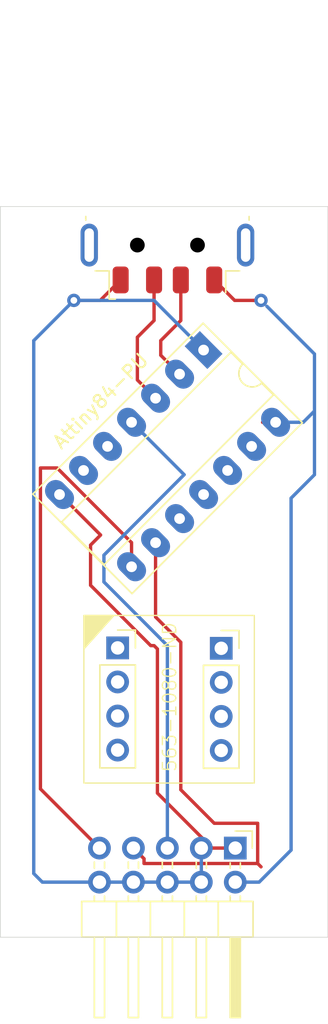
<source format=kicad_pcb>
(kicad_pcb (version 20240108) (generator "pcbnew") (generator_version "8.0")
  (layers (0 "F.Cu" signal) (31 "B.Cu" signal) (34 "B.Paste" user) (35 "F.Paste" user) (36 "B.SilkS" user "B.Silkscreen") (37 "F.SilkS" user "F.Silkscreen") (38 "B.Mask" user) (39 "F.Mask" user) (44 "Edge.Cuts" user))
  (net 0 "")
  (footprint "Package_DIP:DIP-14_W7.62mm_Socket_LongPads" (layer "F.Cu") (at 74.204684 73.203949 -45)
    (property "Reference" "Attiny84-PU" (at -2.763821 8.132248 -135) (layer "F.SilkS"))
    (property "Value" "DIP-14_W7.62mm_Socket_LongPads" (hide yes))
    (fp_line (start -1.44 16.63) (end 9.06 16.63) (stroke (width 0.12)) (layer "F.SilkS"))
    (fp_line (start 1.56 16.57) (end 6.06 16.569999) (stroke (width 0.12)) (layer "F.SilkS"))
    (fp_line (start 6.06 16.569999) (end 6.06 -1.33) (stroke (width 0.12)) (layer "F.SilkS"))
    (fp_line (start 9.06 16.63) (end 9.06 -1.39) (stroke (width 0.12)) (layer "F.SilkS"))
    (fp_line (start -1.44 -1.39) (end -1.44 16.63) (stroke (width 0.12)) (layer "F.SilkS"))
    (fp_line (start 1.560001 -1.33) (end 1.56 16.57) (stroke (width 0.12)) (layer "F.SilkS"))
    (fp_line (start 2.81 -1.33) (end 1.560001 -1.33) (stroke (width 0.12)) (layer "F.SilkS"))
    (fp_line (start 6.06 -1.33) (end 4.810001 -1.33) (stroke (width 0.12)) (layer "F.SilkS"))
    (fp_line (start 9.06 -1.39) (end -1.44 -1.39) (stroke (width 0.12)) (layer "F.SilkS"))
    (fp_arc (start 4.810001 -1.33) (mid 3.810001 -0.330002) (end 2.81 -1.33) (stroke (width 0.12)) (layer "F.SilkS"))
    (pad "1" thru_hole rect (at 0 0 315) (size 2.4 1.6) (drill 0.8) (layers "*.Cu" "*.Mask"))
    (pad "2" thru_hole oval (at 0 2.54 315) (size 2.4 1.6) (drill 0.8) (layers "*.Cu" "*.Mask"))
    (pad "3" thru_hole oval (at 0 5.079999 315) (size 2.4 1.6) (drill 0.8) (layers "*.Cu" "*.Mask"))
    (pad "4" thru_hole oval (at 0 7.62 315) (size 2.4 1.6) (drill 0.8) (layers "*.Cu" "*.Mask"))
    (pad "5" thru_hole oval (at 0 10.16 315) (size 2.4 1.6) (drill 0.8) (layers "*.Cu" "*.Mask"))
    (pad "6" thru_hole oval (at 0 12.7 315) (size 2.4 1.6) (drill 0.8) (layers "*.Cu" "*.Mask"))
    (pad "7" thru_hole oval (at 0 15.24 315) (size 2.4 1.6) (drill 0.8) (layers "*.Cu" "*.Mask"))
    (pad "8" thru_hole oval (at 7.62 15.24 315) (size 2.4 1.6) (drill 0.8) (layers "*.Cu" "*.Mask"))
    (pad "9" thru_hole oval (at 7.62 12.7 315) (size 2.4 1.6) (drill 0.8) (layers "*.Cu" "*.Mask"))
    (pad "10" thru_hole oval (at 7.62 10.16 315) (size 2.4 1.6) (drill 0.8) (layers "*.Cu" "*.Mask"))
    (pad "11" thru_hole oval (at 7.62 7.62 315) (size 2.4 1.6) (drill 0.8) (layers "*.Cu" "*.Mask"))
    (pad "12" thru_hole oval (at 7.62 5.08 315) (size 2.4 1.6) (drill 0.8) (layers "*.Cu" "*.Mask"))
    (pad "13" thru_hole oval (at 7.62 2.54 315) (size 2.4 1.6) (drill 0.8) (layers "*.Cu" "*.Mask"))
    (pad "14" thru_hole oval (at 7.62 0 315) (size 2.4 1.6) (drill 0.8) (layers "*.Cu" "*.Mask"))
  )
  (footprint "Connector_PinHeader_2.54mm:PinHeader_2x05_P2.54mm_Horizontal" (layer "F.Cu") (at 76.575 110.35 -90)
    (property "Reference" "REF**" (hide yes))
    (property "Value" "PinHeader_2x05_P2.54mm_Horizontal" (hide yes))
    (fp_line (start 3.98 11.49) (end 6.64 11.49) (stroke (width 0.12)) (layer "F.SilkS"))
    (fp_line (start 6.64 11.49) (end 6.64 -1.33) (stroke (width 0.12)) (layer "F.SilkS"))
    (fp_line (start 1.042929 10.54) (end 1.497072 10.54) (stroke (width 0.12)) (layer "F.SilkS"))
    (fp_line (start 3.582929 10.54) (end 3.98 10.539999) (stroke (width 0.12)) (layer "F.SilkS"))
    (fp_line (start 12.64 10.54) (end 6.640001 10.54) (stroke (width 0.12)) (layer "F.SilkS"))
    (fp_line (start 1.042929 9.78) (end 1.497071 9.78) (stroke (width 0.12)) (layer "F.SilkS"))
    (fp_line (start 3.582929 9.78) (end 3.98 9.78) (stroke (width 0.12)) (layer "F.SilkS"))
    (fp_line (start 6.64 9.78) (end 12.64 9.78) (stroke (width 0.12)) (layer "F.SilkS"))
    (fp_line (start 12.64 9.78) (end 12.64 10.54) (stroke (width 0.12)) (layer "F.SilkS"))
    (fp_line (start 3.98 8.89) (end 6.64 8.89) (stroke (width 0.12)) (layer "F.SilkS"))
    (fp_line (start 1.042929 8) (end 1.497071 8) (stroke (width 0.12)) (layer "F.SilkS"))
    (fp_line (start 3.582929 8) (end 3.98 8) (stroke (width 0.12)) (layer "F.SilkS"))
    (fp_line (start 12.64 8) (end 6.64 8) (stroke (width 0.12)) (layer "F.SilkS"))
    (fp_line (start 1.042929 7.24) (end 1.497071 7.24) (stroke (width 0.12)) (layer "F.SilkS"))
    (fp_line (start 3.582928 7.24) (end 3.98 7.24) (stroke (width 0.12)) (layer "F.SilkS"))
    (fp_line (start 6.64 7.24) (end 12.64 7.24) (stroke (width 0.12)) (layer "F.SilkS"))
    (fp_line (start 12.64 7.24) (end 12.64 8) (stroke (width 0.12)) (layer "F.SilkS"))
    (fp_line (start 3.98 6.35) (end 6.64 6.35) (stroke (width 0.12)) (layer "F.SilkS"))
    (fp_line (start 1.042929 5.46) (end 1.497071 5.46) (stroke (width 0.12)) (layer "F.SilkS"))
    (fp_line (start 3.582928 5.46) (end 3.98 5.46) (stroke (width 0.12)) (layer "F.SilkS"))
    (fp_line (start 12.64 5.46) (end 6.64 5.46) (stroke (width 0.12)) (layer "F.SilkS"))
    (fp_line (start 1.042929 4.7) (end 1.497071 4.7) (stroke (width 0.12)) (layer "F.SilkS"))
    (fp_line (start 6.64 4.7) (end 12.64 4.7) (stroke (width 0.12)) (layer "F.SilkS"))
    (fp_line (start 12.64 4.7) (end 12.64 5.46) (stroke (width 0.12)) (layer "F.SilkS"))
    (fp_line (start 3.582929 4.699999) (end 3.98 4.7) (stroke (width 0.12)) (layer "F.SilkS"))
    (fp_line (start 3.98 3.81) (end 6.64 3.81) (stroke (width 0.12)) (layer "F.SilkS"))
    (fp_line (start 1.042929 2.92) (end 1.497071 2.92) (stroke (width 0.12)) (layer "F.SilkS"))
    (fp_line (start 3.582929 2.92) (end 3.98 2.92) (stroke (width 0.12)) (layer "F.SilkS"))
    (fp_line (start 12.64 2.92) (end 6.64 2.92) (stroke (width 0.12)) (layer "F.SilkS"))
    (fp_line (start 1.042929 2.16) (end 1.497071 2.16) (stroke (width 0.12)) (layer "F.SilkS"))
    (fp_line (start 3.582929 2.16) (end 3.98 2.16) (stroke (width 0.12)) (layer "F.SilkS"))
    (fp_line (start 6.64 2.16) (end 12.64 2.16) (stroke (width 0.12)) (layer "F.SilkS"))
    (fp_line (start 12.64 2.16) (end 12.64 2.92) (stroke (width 0.12)) (layer "F.SilkS"))
    (fp_line (start 3.98 1.270001) (end 6.64 1.270001) (stroke (width 0.12)) (layer "F.SilkS"))
    (fp_line (start 1.11 0.38) (end 1.497071 0.380001) (stroke (width 0.12)) (layer "F.SilkS"))
    (fp_line (start 3.582929 0.38) (end 3.98 0.380001) (stroke (width 0.12)) (layer "F.SilkS"))
    (fp_line (start 12.64 0.38) (end 6.64 0.380001) (stroke (width 0.12)) (layer "F.SilkS"))
    (fp_line (start 6.64 0.28) (end 12.64 0.28) (stroke (width 0.12)) (layer "F.SilkS"))
    (fp_line (start 6.64 0.16) (end 12.64 0.16) (stroke (width 0.12)) (layer "F.SilkS"))
    (fp_line (start 6.64 0.04) (end 12.64 0.04) (stroke (width 0.12)) (layer "F.SilkS"))
    (fp_line (start -1.270001 0) (end -1.27 -1.27) (stroke (width 0.12)) (layer "F.SilkS"))
    (fp_line (start 6.64 -0.080001) (end 12.64 -0.08) (stroke (width 0.12)) (layer "F.SilkS"))
    (fp_line (start 6.64 -0.199999) (end 12.64 -0.2) (stroke (width 0.12)) (layer "F.SilkS"))
    (fp_line (start 6.64 -0.32) (end 12.64 -0.32) (stroke (width 0.12)) (layer "F.SilkS"))
    (fp_line (start 1.11 -0.38) (end 1.497071 -0.380001) (stroke (width 0.12)) (layer "F.SilkS"))
    (fp_line (start 3.582929 -0.38) (end 3.98 -0.380001) (stroke (width 0.12)) (layer "F.SilkS"))
    (fp_line (start 12.64 -0.38) (end 12.64 0.38) (stroke (width 0.12)) (layer "F.SilkS"))
    (fp_line (start 6.64 -0.380001) (end 12.64 -0.38) (stroke (width 0.12)) (layer "F.SilkS"))
    (fp_line (start -1.27 -1.27) (end 0 -1.270001) (stroke (width 0.12)) (layer "F.SilkS"))
    (fp_line (start 3.98 -1.33) (end 3.98 11.49) (stroke (width 0.12)) (layer "F.SilkS"))
    (fp_line (start 6.64 -1.33) (end 3.98 -1.33) (stroke (width 0.12)) (layer "F.SilkS"))
    (pad "1" thru_hole rect (at 0 0 270) (size 1.7 1.7) (drill 1) (layers "*.Cu" "*.Mask"))
    (pad "2" thru_hole oval (at 2.54 0 270) (size 1.7 1.7) (drill 1) (layers "*.Cu" "*.Mask"))
    (pad "3" thru_hole oval (at 0 2.54 270) (size 1.7 1.7) (drill 1) (layers "*.Cu" "*.Mask"))
    (pad "4" thru_hole oval (at 2.54 2.54 270) (size 1.7 1.7) (drill 1) (layers "*.Cu" "*.Mask"))
    (pad "5" thru_hole oval (at 0 5.079999 270) (size 1.7 1.7) (drill 1) (layers "*.Cu" "*.Mask"))
    (pad "6" thru_hole oval (at 2.54 5.08 270) (size 1.7 1.7) (drill 1) (layers "*.Cu" "*.Mask"))
    (pad "7" thru_hole oval (at 0 7.62 270) (size 1.7 1.7) (drill 1) (layers "*.Cu" "*.Mask"))
    (pad "8" thru_hole oval (at 2.54 7.62 270) (size 1.7 1.7) (drill 1) (layers "*.Cu" "*.Mask"))
    (pad "9" thru_hole oval (at 0 10.16 270) (size 1.7 1.7) (drill 1) (layers "*.Cu" "*.Mask"))
    (pad "10" thru_hole oval (at 2.54 10.16 270) (size 1.7 1.7) (drill 1) (layers "*.Cu" "*.Mask"))
  )
  (footprint "Connector_USB:USB_A_Molex_48037-2200_Horizontal" (layer "F.Cu") (at 71.5 57 90)
    (property "Reference" "REF**" (hide yes))
    (property "Value" "USB_A_Molex_48037-2200_Horizontal" (hide yes))
    (fp_line (start -6.515 -6.11) (end -6.245 -6.11) (stroke (width 0.12)) (layer "F.SilkS"))
    (fp_line (start -10.3 -5.4) (end -10.3 -4.36) (stroke (width 0.12)) (layer "F.SilkS"))
    (fp_line (start -12.400001 -4.36) (end -10.3 -4.36) (stroke (width 0.12)) (layer "F.SilkS"))
    (fp_line (start -12.400001 -4.36) (end -12.400001 -3.9) (stroke (width 0.12)) (layer "F.SilkS"))
    (fp_line (start -10.3 4.36) (end -10.3 5.4) (stroke (width 0.12)) (layer "F.SilkS"))
    (fp_line (start -11.92 4.36) (end -10.3 4.36) (stroke (width 0.12)) (layer "F.SilkS"))
    (fp_line (start -6.515 6.11) (end -6.245 6.11) (stroke (width 0.12)) (layer "F.SilkS"))
    (pad "" np_thru_hole circle (at -8.375 -2.25 90) (size 1.1 1.1) (drill 1.1) (layers "*.Mask"))
    (pad "" np_thru_hole circle (at -8.375 2.25 90) (size 1.1 1.1) (drill 1.1) (layers "*.Mask"))
    (pad "1" smd roundrect (at -10.975 -3.5 90) (size 2 1.2) (layers "F.Cu" "F.Paste" "F.Mask"))
    (pad "2" smd roundrect (at -10.975 -1 90) (size 2 1.2) (layers "F.Cu" "F.Paste" "F.Mask"))
    (pad "3" smd roundrect (at -10.975 1 90) (size 2 1.2) (layers "F.Cu" "F.Paste" "F.Mask"))
    (pad "4" smd roundrect (at -10.975 3.5 90) (size 2 1.2) (layers "F.Cu" "F.Paste" "F.Mask"))
    (pad "5" thru_hole oval (at -8.375 -5.85 90) (size 3.2 1.3) (drill oval 2.5 0.7) (layers "*.Cu" "*.Mask"))
    (pad "5" thru_hole oval (at -8.375 5.85 90) (size 3.2 1.3) (drill oval 2.5 0.7) (layers "*.Cu" "*.Mask"))
  )
  (footprint "Connector_PinSocket_2.54mm:PinSocket_1x04_P2.54mm_Vertical" (layer "F.Cu") (at 75.525 95.45)
    (property "Reference" "REF**" (hide yes))
    (property "Value" "PinSocket_1x04_P2.54mm_Vertical" (hide yes))
    (fp_line (start -1.33 1.27) (end -1.33 8.95) (stroke (width 0.12)) (layer "F.SilkS"))
    (fp_line (start -1.33 1.27) (end 1.33 1.27) (stroke (width 0.12)) (layer "F.SilkS"))
    (fp_line (start -1.33 8.95) (end 1.33 8.95) (stroke (width 0.12)) (layer "F.SilkS"))
    (fp_line (start 0 -1.33) (end 1.33 -1.33) (stroke (width 0.12)) (layer "F.SilkS"))
    (fp_line (start 1.33 -1.33) (end 1.33 0) (stroke (width 0.12)) (layer "F.SilkS"))
    (fp_line (start 1.33 1.27) (end 1.33 8.95) (stroke (width 0.12)) (layer "F.SilkS"))
    (pad "1" thru_hole rect (at 0 0) (size 1.7 1.7) (drill 1) (layers "*.Cu" "*.Mask"))
    (pad "2" thru_hole oval (at 0 2.54) (size 1.7 1.7) (drill 1) (layers "*.Cu" "*.Mask"))
    (pad "3" thru_hole oval (at 0 5.08) (size 1.7 1.7) (drill 1) (layers "*.Cu" "*.Mask"))
    (pad "4" thru_hole oval (at 0 7.62) (size 1.7 1.7) (drill 1) (layers "*.Cu" "*.Mask"))
  )
  (footprint "Connector_PinSocket_2.54mm:PinSocket_1x04_P2.54mm_Vertical" (layer "F.Cu") (at 67.775 95.42)
    (property "Reference" "REF**" (hide yes))
    (property "Value" "PinSocket_1x04_P2.54mm_Vertical" (hide yes))
    (fp_line (start -1.33 1.27) (end -1.33 8.95) (stroke (width 0.12)) (layer "F.SilkS"))
    (fp_line (start -1.33 1.27) (end 1.33 1.27) (stroke (width 0.12)) (layer "F.SilkS"))
    (fp_line (start -1.33 8.95) (end 1.33 8.95) (stroke (width 0.12)) (layer "F.SilkS"))
    (fp_line (start 0 -1.33) (end 1.33 -1.33) (stroke (width 0.12)) (layer "F.SilkS"))
    (fp_line (start 1.33 -1.33) (end 1.33 0) (stroke (width 0.12)) (layer "F.SilkS"))
    (fp_line (start 1.33 1.27) (end 1.33 8.95) (stroke (width 0.12)) (layer "F.SilkS"))
    (pad "1" thru_hole rect (at 0 0) (size 1.7 1.7) (drill 1) (layers "*.Cu" "*.Mask"))
    (pad "2" thru_hole oval (at 0 2.54) (size 1.7 1.7) (drill 1) (layers "*.Cu" "*.Mask"))
    (pad "3" thru_hole oval (at 0 5.08) (size 1.7 1.7) (drill 1) (layers "*.Cu" "*.Mask"))
    (pad "4" thru_hole oval (at 0 7.62) (size 1.7 1.7) (drill 1) (layers "*.Cu" "*.Mask"))
  )
  (gr_rect (start 65.25 93) (end 78 105.5) (stroke (width 0.1)) (fill none) (layer "F.SilkS"))
  (gr_poly (pts (xy 65.25 93) (xy 65.25 95.5) (xy 67.5 93)) (stroke (width 0.1)) (fill solid) (layer "F.SilkS"))
  (gr_rect (start 59 62.5) (end 83.5 117) (stroke (width 0.05)) (fill none) (layer "Edge.Cuts"))
  (gr_text "563-1080-ND" (at 72.25 104.75 90) (layer "F.SilkS") (effects (font (size 1 1) (thickness 0.1)) (justify left bottom)))
  (segment (start 62 105.935) (end 62 82) (width 0.25) (layer "F.Cu") (net 0))
  (segment (start 63.25 82) (end 68.81653 87.56653) (width 0.25) (layer "F.Cu") (net 0))
  (segment (start 68.81653 87.56653) (end 68.81653 89.36841) (width 0.25) (layer "F.Cu") (net 0))
  (segment (start 70.612582 87.572359) (end 70.612582 93.112582) (width 0.25) (layer "F.Cu") (net 0))
  (segment (start 72.5 106) (end 75 108.5) (width 0.25) (layer "F.Cu") (net 0))
  (segment (start 71 73.591367) (end 72.408633 75) (width 0.25) (layer "F.Cu") (net 0))
  (segment (start 72.5 71) (end 71 72.5) (width 0.25) (layer "F.Cu") (net 0))
  (segment (start 69.75 111.5) (end 69.75 111.145) (width 0.25) (layer "F.Cu") (net 0))
  (segment (start 65.75 90.75) (end 65.75 87.75) (width 0.25) (layer "F.Cu") (net 0))
  (segment (start 70.5 95.25) (end 70.25 95.25) (width 0.25) (layer "F.Cu") (net 0))
  (segment (start 74.85 110.35) (end 70.75 106.25) (width 0.25) (layer "F.Cu") (net 0))
  (segment (start 75 108.5) (end 78.25 108.5) (width 0.25) (layer "F.Cu") (net 0))
  (segment (start 70.5 71) (end 69.25 72.25) (width 0.25) (layer "F.Cu") (net 0))
  (segment (start 78.25 111.5) (end 69.75 111.5) (width 0.25) (layer "F.Cu") (net 0))
  (segment (start 76.525 69.5) (end 78.5 69.5) (width 0.25) (layer "F.Cu") (net 0))
  (segment (start 72.5 95) (end 72.5 106) (width 0.25) (layer "F.Cu") (net 0))
  (segment (start 69.75 111.145) (end 68.955 110.35) (width 0.25) (layer "F.Cu") (net 0))
  (segment (start 66.475 69.5) (end 68 67.975) (width 0.25) (layer "F.Cu") (net 0))
  (segment (start 64.5 69.5) (end 66.475 69.5) (width 0.25) (layer "F.Cu") (net 0))
  (segment (start 69.25 75.433469) (end 70.612582 76.796051) (width 0.25) (layer "F.Cu") (net 0))
  (segment (start 70.5 67.975) (end 70.5 71) (width 0.25) (layer "F.Cu") (net 0))
  (segment (start 70.612582 93.112582) (end 72.5 95) (width 0.25) (layer "F.Cu") (net 0))
  (segment (start 78.25 111.5) (end 78.5 111.75) (width 0.25) (layer "F.Cu") (net 0))
  (segment (start 70.75 95.5) (end 70.5 95.25) (width 0.25) (layer "F.Cu") (net 0))
  (segment (start 69.25 72.25) (end 69.25 75.433469) (width 0.25) (layer "F.Cu") (net 0))
  (segment (start 72.5 67.975) (end 72.5 71) (width 0.25) (layer "F.Cu") (net 0))
  (segment (start 65.75 87.75) (end 66.5 87) (width 0.25) (layer "F.Cu") (net 0))
  (segment (start 78.25 108.5) (end 78.25 111.5) (width 0.25) (layer "F.Cu") (net 0))
  (segment (start 70.25 95.25) (end 65.75 90.75) (width 0.25) (layer "F.Cu") (net 0))
  (segment (start 78.617103 78.592103) (end 79.592838 78.592103) (width 0.25) (layer "F.Cu") (net 0))
  (segment (start 66.415 110.35) (end 62 105.935) (width 0.25) (layer "F.Cu") (net 0))
  (segment (start 71 72.5) (end 71 73.591367) (width 0.25) (layer "F.Cu") (net 0))
  (segment (start 76.575 110.35) (end 74.85 110.35) (width 0.25) (layer "F.Cu") (net 0))
  (segment (start 70.75 106.25) (end 70.75 95.5) (width 0.25) (layer "F.Cu") (net 0))
  (segment (start 66.5 87) (end 63.480256 83.980256) (width 0.25) (layer "F.Cu") (net 0))
  (segment (start 62 82) (end 63.25 82) (width 0.25) (layer "F.Cu") (net 0))
  (segment (start 75 67.975) (end 76.525 69.5) (width 0.25) (layer "F.Cu") (net 0))
  (segment (start 78.5 69.5) (end 77.908633 69.5) (width 0.25) (layer "F.Cu") (net 0))
  (segment (start 63.480256 83.980256) (end 63.428377 83.980256) (width 0.25) (layer "F.Cu") (net 0))
  (via (at 78.5 69.5) (size 1) (drill 0.5) (layers "F.Cu" "B.Cu") (net 0))
  (via (at 64.5 69.5) (size 1) (drill 0.5) (layers "F.Cu" "B.Cu") (net 0))
  (segment (start 70.500735 69.5) (end 74.204684 73.203949) (width 0.25) (layer "B.Cu") (net 0))
  (segment (start 82.5 73.5) (end 78.941942 69.941942) (width 0.25) (layer "B.Cu") (net 0))
  (segment (start 68.955 112.89) (end 71.495 112.89) (width 0.25) (layer "B.Cu") (net 0))
  (segment (start 81.657897 78.592103) (end 82.5 77.75) (width 0.25) (layer "B.Cu") (net 0))
  (segment (start 62.14 112.89) (end 66.415 112.89) (width 0.25) (layer "B.Cu") (net 0))
  (segment (start 61.5 112.25) (end 62.14 112.89) (width 0.25) (layer "B.Cu") (net 0))
  (segment (start 78.36 112.89) (end 80.75 110.5) (width 0.25) (layer "B.Cu") (net 0))
  (segment (start 74.035 112.89) (end 74.035 110.35) (width 0.25) (layer "B.Cu") (net 0))
  (segment (start 71.495001 95.245001) (end 66.75 90.5) (width 0.25) (layer "B.Cu") (net 0))
  (segment (start 61.5 72.5) (end 61.5 112.25) (width 0.25) (layer "B.Cu") (net 0))
  (segment (start 82.5 82.5) (end 82.5 77.75) (width 0.25) (layer "B.Cu") (net 0))
  (segment (start 76.575 112.89) (end 78.36 112.89) (width 0.25) (layer "B.Cu") (net 0))
  (segment (start 66.75 90.5) (end 66.75 88.5) (width 0.25) (layer "B.Cu") (net 0))
  (segment (start 80.75 110.5) (end 80.75 84.25) (width 0.25) (layer "B.Cu") (net 0))
  (segment (start 80.75 84.25) (end 82.5 82.5) (width 0.25) (layer "B.Cu") (net 0))
  (segment (start 64.5 69.5) (end 70.500735 69.5) (width 0.25) (layer "B.Cu") (net 0))
  (segment (start 79.592838 78.592103) (end 81.657897 78.592103) (width 0.25) (layer "B.Cu") (net 0))
  (segment (start 82.5 77.75) (end 82.5 73.5) (width 0.25) (layer "B.Cu") (net 0))
  (segment (start 66.75 88.5) (end 72.75 82.5) (width 0.25) (layer "B.Cu") (net 0))
  (segment (start 66.415 112.89) (end 68.955 112.89) (width 0.25) (layer "B.Cu") (net 0))
  (segment (start 64.5 69.5) (end 61.5 72.5) (width 0.25) (layer "B.Cu") (net 0))
  (segment (start 71.495 112.89) (end 74.035 112.89) (width 0.25) (layer "B.Cu") (net 0))
  (segment (start 72.75 82.5) (end 68.842103 78.592103) (width 0.25) (layer "B.Cu") (net 0))
  (segment (start 71.495001 110.35) (end 71.495001 95.245001) (width 0.25) (layer "B.Cu") (net 0))
  (segment (start 68.842103 78.592103) (end 68.81653 78.592103) (width 0.25) (layer "B.Cu") (net 0))
)
</source>
